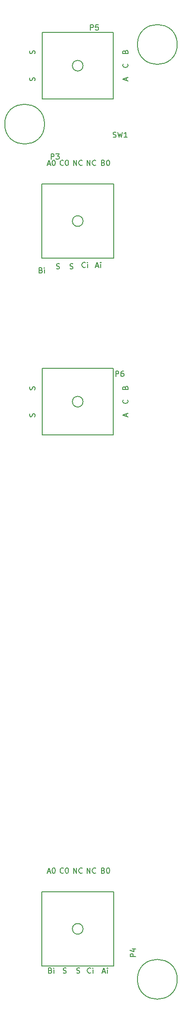
<source format=gbr>
G04 #@! TF.FileFunction,Legend,Top*
%FSLAX46Y46*%
G04 Gerber Fmt 4.6, Leading zero omitted, Abs format (unit mm)*
G04 Created by KiCad (PCBNEW 4.0.4+e1-6308~48~ubuntu14.04.1-stable) date Sun Sep 25 16:17:57 2016*
%MOMM*%
%LPD*%
G01*
G04 APERTURE LIST*
%ADD10C,0.100000*%
%ADD11C,0.150000*%
G04 APERTURE END LIST*
D10*
D11*
X115000000Y-37250000D02*
G75*
G03X115000000Y-37250000I-1000000J0D01*
G01*
X107250000Y-30250000D02*
X120750000Y-30250000D01*
X120750000Y-30250000D02*
X120750000Y-44250000D01*
X120750000Y-44250000D02*
X107250000Y-44250000D01*
X107250000Y-44250000D02*
X107250000Y-30250000D01*
X115000000Y-71250000D02*
G75*
G03X115000000Y-71250000I-1000000J0D01*
G01*
X120700000Y-77500000D02*
X120700000Y-65000000D01*
X107300000Y-77500000D02*
X107300000Y-65000000D01*
X107300000Y-65000000D02*
X120700000Y-65000000D01*
X107300000Y-77500000D02*
X120700000Y-77500000D01*
X115000000Y-8000000D02*
G75*
G03X115000000Y-8000000I-1000000J0D01*
G01*
X120700000Y-14250000D02*
X120700000Y-1750000D01*
X107300000Y-14250000D02*
X107300000Y-1750000D01*
X107300000Y-1750000D02*
X120700000Y-1750000D01*
X107300000Y-14250000D02*
X120700000Y-14250000D01*
X115000000Y-170500000D02*
G75*
G03X115000000Y-170500000I-1000000J0D01*
G01*
X107250000Y-163500000D02*
X120750000Y-163500000D01*
X120750000Y-163500000D02*
X120750000Y-177500000D01*
X120750000Y-177500000D02*
X107250000Y-177500000D01*
X107250000Y-177500000D02*
X107250000Y-163500000D01*
X132750000Y-4000000D02*
G75*
G03X132750000Y-4000000I-3750000J0D01*
G01*
X107750000Y-19000000D02*
G75*
G03X107750000Y-19000000I-3750000J0D01*
G01*
X132750000Y-180000000D02*
G75*
G03X132750000Y-180000000I-3750000J0D01*
G01*
X108981905Y-25598381D02*
X108981905Y-24598381D01*
X109362858Y-24598381D01*
X109458096Y-24646000D01*
X109505715Y-24693619D01*
X109553334Y-24788857D01*
X109553334Y-24931714D01*
X109505715Y-25026952D01*
X109458096Y-25074571D01*
X109362858Y-25122190D01*
X108981905Y-25122190D01*
X109886667Y-24598381D02*
X110505715Y-24598381D01*
X110172381Y-24979333D01*
X110315239Y-24979333D01*
X110410477Y-25026952D01*
X110458096Y-25074571D01*
X110505715Y-25169810D01*
X110505715Y-25407905D01*
X110458096Y-25503143D01*
X110410477Y-25550762D01*
X110315239Y-25598381D01*
X110029524Y-25598381D01*
X109934286Y-25550762D01*
X109886667Y-25503143D01*
X118802239Y-26256571D02*
X118945096Y-26304190D01*
X118992715Y-26351810D01*
X119040334Y-26447048D01*
X119040334Y-26589905D01*
X118992715Y-26685143D01*
X118945096Y-26732762D01*
X118849858Y-26780381D01*
X118468905Y-26780381D01*
X118468905Y-25780381D01*
X118802239Y-25780381D01*
X118897477Y-25828000D01*
X118945096Y-25875619D01*
X118992715Y-25970857D01*
X118992715Y-26066095D01*
X118945096Y-26161333D01*
X118897477Y-26208952D01*
X118802239Y-26256571D01*
X118468905Y-26256571D01*
X119659381Y-25780381D02*
X119754620Y-25780381D01*
X119849858Y-25828000D01*
X119897477Y-25875619D01*
X119945096Y-25970857D01*
X119992715Y-26161333D01*
X119992715Y-26399429D01*
X119945096Y-26589905D01*
X119897477Y-26685143D01*
X119849858Y-26732762D01*
X119754620Y-26780381D01*
X119659381Y-26780381D01*
X119564143Y-26732762D01*
X119516524Y-26685143D01*
X119468905Y-26589905D01*
X119421286Y-26399429D01*
X119421286Y-26161333D01*
X119468905Y-25970857D01*
X119516524Y-25875619D01*
X119564143Y-25828000D01*
X119659381Y-25780381D01*
X115754286Y-26780381D02*
X115754286Y-25780381D01*
X116325715Y-26780381D01*
X116325715Y-25780381D01*
X117373334Y-26685143D02*
X117325715Y-26732762D01*
X117182858Y-26780381D01*
X117087620Y-26780381D01*
X116944762Y-26732762D01*
X116849524Y-26637524D01*
X116801905Y-26542286D01*
X116754286Y-26351810D01*
X116754286Y-26208952D01*
X116801905Y-26018476D01*
X116849524Y-25923238D01*
X116944762Y-25828000D01*
X117087620Y-25780381D01*
X117182858Y-25780381D01*
X117325715Y-25828000D01*
X117373334Y-25875619D01*
X113214286Y-26780381D02*
X113214286Y-25780381D01*
X113785715Y-26780381D01*
X113785715Y-25780381D01*
X114833334Y-26685143D02*
X114785715Y-26732762D01*
X114642858Y-26780381D01*
X114547620Y-26780381D01*
X114404762Y-26732762D01*
X114309524Y-26637524D01*
X114261905Y-26542286D01*
X114214286Y-26351810D01*
X114214286Y-26208952D01*
X114261905Y-26018476D01*
X114309524Y-25923238D01*
X114404762Y-25828000D01*
X114547620Y-25780381D01*
X114642858Y-25780381D01*
X114785715Y-25828000D01*
X114833334Y-25875619D01*
X108332714Y-26494667D02*
X108808905Y-26494667D01*
X108237476Y-26780381D02*
X108570809Y-25780381D01*
X108904143Y-26780381D01*
X109427952Y-25780381D02*
X109523191Y-25780381D01*
X109618429Y-25828000D01*
X109666048Y-25875619D01*
X109713667Y-25970857D01*
X109761286Y-26161333D01*
X109761286Y-26399429D01*
X109713667Y-26589905D01*
X109666048Y-26685143D01*
X109618429Y-26732762D01*
X109523191Y-26780381D01*
X109427952Y-26780381D01*
X109332714Y-26732762D01*
X109285095Y-26685143D01*
X109237476Y-26589905D01*
X109189857Y-26399429D01*
X109189857Y-26161333D01*
X109237476Y-25970857D01*
X109285095Y-25875619D01*
X109332714Y-25828000D01*
X109427952Y-25780381D01*
X111293334Y-26685143D02*
X111245715Y-26732762D01*
X111102858Y-26780381D01*
X111007620Y-26780381D01*
X110864762Y-26732762D01*
X110769524Y-26637524D01*
X110721905Y-26542286D01*
X110674286Y-26351810D01*
X110674286Y-26208952D01*
X110721905Y-26018476D01*
X110769524Y-25923238D01*
X110864762Y-25828000D01*
X111007620Y-25780381D01*
X111102858Y-25780381D01*
X111245715Y-25828000D01*
X111293334Y-25875619D01*
X111912381Y-25780381D02*
X112007620Y-25780381D01*
X112102858Y-25828000D01*
X112150477Y-25875619D01*
X112198096Y-25970857D01*
X112245715Y-26161333D01*
X112245715Y-26399429D01*
X112198096Y-26589905D01*
X112150477Y-26685143D01*
X112102858Y-26732762D01*
X112007620Y-26780381D01*
X111912381Y-26780381D01*
X111817143Y-26732762D01*
X111769524Y-26685143D01*
X111721905Y-26589905D01*
X111674286Y-26399429D01*
X111674286Y-26161333D01*
X111721905Y-25970857D01*
X111769524Y-25875619D01*
X111817143Y-25828000D01*
X111912381Y-25780381D01*
X117419810Y-45712667D02*
X117896001Y-45712667D01*
X117324572Y-45998381D02*
X117657905Y-44998381D01*
X117991239Y-45998381D01*
X118324572Y-45998381D02*
X118324572Y-45331714D01*
X118324572Y-44998381D02*
X118276953Y-45046000D01*
X118324572Y-45093619D01*
X118372191Y-45046000D01*
X118324572Y-44998381D01*
X118324572Y-45093619D01*
X115427429Y-45903143D02*
X115379810Y-45950762D01*
X115236953Y-45998381D01*
X115141715Y-45998381D01*
X114998857Y-45950762D01*
X114903619Y-45855524D01*
X114856000Y-45760286D01*
X114808381Y-45569810D01*
X114808381Y-45426952D01*
X114856000Y-45236476D01*
X114903619Y-45141238D01*
X114998857Y-45046000D01*
X115141715Y-44998381D01*
X115236953Y-44998381D01*
X115379810Y-45046000D01*
X115427429Y-45093619D01*
X115856000Y-45998381D02*
X115856000Y-45331714D01*
X115856000Y-44998381D02*
X115808381Y-45046000D01*
X115856000Y-45093619D01*
X115903619Y-45046000D01*
X115856000Y-44998381D01*
X115856000Y-45093619D01*
X112530286Y-46204762D02*
X112673143Y-46252381D01*
X112911239Y-46252381D01*
X113006477Y-46204762D01*
X113054096Y-46157143D01*
X113101715Y-46061905D01*
X113101715Y-45966667D01*
X113054096Y-45871429D01*
X113006477Y-45823810D01*
X112911239Y-45776190D01*
X112720762Y-45728571D01*
X112625524Y-45680952D01*
X112577905Y-45633333D01*
X112530286Y-45538095D01*
X112530286Y-45442857D01*
X112577905Y-45347619D01*
X112625524Y-45300000D01*
X112720762Y-45252381D01*
X112958858Y-45252381D01*
X113101715Y-45300000D01*
X109990286Y-46204762D02*
X110133143Y-46252381D01*
X110371239Y-46252381D01*
X110466477Y-46204762D01*
X110514096Y-46157143D01*
X110561715Y-46061905D01*
X110561715Y-45966667D01*
X110514096Y-45871429D01*
X110466477Y-45823810D01*
X110371239Y-45776190D01*
X110180762Y-45728571D01*
X110085524Y-45680952D01*
X110037905Y-45633333D01*
X109990286Y-45538095D01*
X109990286Y-45442857D01*
X110037905Y-45347619D01*
X110085524Y-45300000D01*
X110180762Y-45252381D01*
X110418858Y-45252381D01*
X110561715Y-45300000D01*
X107061334Y-46490571D02*
X107204191Y-46538190D01*
X107251810Y-46585810D01*
X107299429Y-46681048D01*
X107299429Y-46823905D01*
X107251810Y-46919143D01*
X107204191Y-46966762D01*
X107108953Y-47014381D01*
X106728000Y-47014381D01*
X106728000Y-46014381D01*
X107061334Y-46014381D01*
X107156572Y-46062000D01*
X107204191Y-46109619D01*
X107251810Y-46204857D01*
X107251810Y-46300095D01*
X107204191Y-46395333D01*
X107156572Y-46442952D01*
X107061334Y-46490571D01*
X106728000Y-46490571D01*
X107728000Y-47014381D02*
X107728000Y-46347714D01*
X107728000Y-46014381D02*
X107680381Y-46062000D01*
X107728000Y-46109619D01*
X107775619Y-46062000D01*
X107728000Y-46014381D01*
X107728000Y-46109619D01*
X121173905Y-66492381D02*
X121173905Y-65492381D01*
X121554858Y-65492381D01*
X121650096Y-65540000D01*
X121697715Y-65587619D01*
X121745334Y-65682857D01*
X121745334Y-65825714D01*
X121697715Y-65920952D01*
X121650096Y-65968571D01*
X121554858Y-66016190D01*
X121173905Y-66016190D01*
X122602477Y-65492381D02*
X122412000Y-65492381D01*
X122316762Y-65540000D01*
X122269143Y-65587619D01*
X122173905Y-65730476D01*
X122126286Y-65920952D01*
X122126286Y-66301905D01*
X122173905Y-66397143D01*
X122221524Y-66444762D01*
X122316762Y-66492381D01*
X122507239Y-66492381D01*
X122602477Y-66444762D01*
X122650096Y-66397143D01*
X122697715Y-66301905D01*
X122697715Y-66063810D01*
X122650096Y-65968571D01*
X122602477Y-65920952D01*
X122507239Y-65873333D01*
X122316762Y-65873333D01*
X122221524Y-65920952D01*
X122173905Y-65968571D01*
X122126286Y-66063810D01*
X123183667Y-74028095D02*
X123183667Y-73551904D01*
X123469381Y-74123333D02*
X122469381Y-73790000D01*
X123469381Y-73456666D01*
X123374143Y-70940476D02*
X123421762Y-70988095D01*
X123469381Y-71130952D01*
X123469381Y-71226190D01*
X123421762Y-71369048D01*
X123326524Y-71464286D01*
X123231286Y-71511905D01*
X123040810Y-71559524D01*
X122897952Y-71559524D01*
X122707476Y-71511905D01*
X122612238Y-71464286D01*
X122517000Y-71369048D01*
X122469381Y-71226190D01*
X122469381Y-71130952D01*
X122517000Y-70988095D01*
X122564619Y-70940476D01*
X122945571Y-68638571D02*
X122993190Y-68495714D01*
X123040810Y-68448095D01*
X123136048Y-68400476D01*
X123278905Y-68400476D01*
X123374143Y-68448095D01*
X123421762Y-68495714D01*
X123469381Y-68590952D01*
X123469381Y-68971905D01*
X122469381Y-68971905D01*
X122469381Y-68638571D01*
X122517000Y-68543333D01*
X122564619Y-68495714D01*
X122659857Y-68448095D01*
X122755095Y-68448095D01*
X122850333Y-68495714D01*
X122897952Y-68543333D01*
X122945571Y-68638571D01*
X122945571Y-68971905D01*
X105895762Y-74075714D02*
X105943381Y-73932857D01*
X105943381Y-73694761D01*
X105895762Y-73599523D01*
X105848143Y-73551904D01*
X105752905Y-73504285D01*
X105657667Y-73504285D01*
X105562429Y-73551904D01*
X105514810Y-73599523D01*
X105467190Y-73694761D01*
X105419571Y-73885238D01*
X105371952Y-73980476D01*
X105324333Y-74028095D01*
X105229095Y-74075714D01*
X105133857Y-74075714D01*
X105038619Y-74028095D01*
X104991000Y-73980476D01*
X104943381Y-73885238D01*
X104943381Y-73647142D01*
X104991000Y-73504285D01*
X105895762Y-68995714D02*
X105943381Y-68852857D01*
X105943381Y-68614761D01*
X105895762Y-68519523D01*
X105848143Y-68471904D01*
X105752905Y-68424285D01*
X105657667Y-68424285D01*
X105562429Y-68471904D01*
X105514810Y-68519523D01*
X105467190Y-68614761D01*
X105419571Y-68805238D01*
X105371952Y-68900476D01*
X105324333Y-68948095D01*
X105229095Y-68995714D01*
X105133857Y-68995714D01*
X105038619Y-68948095D01*
X104991000Y-68900476D01*
X104943381Y-68805238D01*
X104943381Y-68567142D01*
X104991000Y-68424285D01*
X120666667Y-21444762D02*
X120809524Y-21492381D01*
X121047620Y-21492381D01*
X121142858Y-21444762D01*
X121190477Y-21397143D01*
X121238096Y-21301905D01*
X121238096Y-21206667D01*
X121190477Y-21111429D01*
X121142858Y-21063810D01*
X121047620Y-21016190D01*
X120857143Y-20968571D01*
X120761905Y-20920952D01*
X120714286Y-20873333D01*
X120666667Y-20778095D01*
X120666667Y-20682857D01*
X120714286Y-20587619D01*
X120761905Y-20540000D01*
X120857143Y-20492381D01*
X121095239Y-20492381D01*
X121238096Y-20540000D01*
X121571429Y-20492381D02*
X121809524Y-21492381D01*
X122000001Y-20778095D01*
X122190477Y-21492381D01*
X122428572Y-20492381D01*
X123333334Y-21492381D02*
X122761905Y-21492381D01*
X123047619Y-21492381D02*
X123047619Y-20492381D01*
X122952381Y-20635238D01*
X122857143Y-20730476D01*
X122761905Y-20778095D01*
X116395905Y-1294381D02*
X116395905Y-294381D01*
X116776858Y-294381D01*
X116872096Y-342000D01*
X116919715Y-389619D01*
X116967334Y-484857D01*
X116967334Y-627714D01*
X116919715Y-722952D01*
X116872096Y-770571D01*
X116776858Y-818190D01*
X116395905Y-818190D01*
X117872096Y-294381D02*
X117395905Y-294381D01*
X117348286Y-770571D01*
X117395905Y-722952D01*
X117491143Y-675333D01*
X117729239Y-675333D01*
X117824477Y-722952D01*
X117872096Y-770571D01*
X117919715Y-865810D01*
X117919715Y-1103905D01*
X117872096Y-1199143D01*
X117824477Y-1246762D01*
X117729239Y-1294381D01*
X117491143Y-1294381D01*
X117395905Y-1246762D01*
X117348286Y-1199143D01*
X123183667Y-10778095D02*
X123183667Y-10301904D01*
X123469381Y-10873333D02*
X122469381Y-10540000D01*
X123469381Y-10206666D01*
X123374143Y-7690476D02*
X123421762Y-7738095D01*
X123469381Y-7880952D01*
X123469381Y-7976190D01*
X123421762Y-8119048D01*
X123326524Y-8214286D01*
X123231286Y-8261905D01*
X123040810Y-8309524D01*
X122897952Y-8309524D01*
X122707476Y-8261905D01*
X122612238Y-8214286D01*
X122517000Y-8119048D01*
X122469381Y-7976190D01*
X122469381Y-7880952D01*
X122517000Y-7738095D01*
X122564619Y-7690476D01*
X122945571Y-5388571D02*
X122993190Y-5245714D01*
X123040810Y-5198095D01*
X123136048Y-5150476D01*
X123278905Y-5150476D01*
X123374143Y-5198095D01*
X123421762Y-5245714D01*
X123469381Y-5340952D01*
X123469381Y-5721905D01*
X122469381Y-5721905D01*
X122469381Y-5388571D01*
X122517000Y-5293333D01*
X122564619Y-5245714D01*
X122659857Y-5198095D01*
X122755095Y-5198095D01*
X122850333Y-5245714D01*
X122897952Y-5293333D01*
X122945571Y-5388571D01*
X122945571Y-5721905D01*
X105895762Y-10825714D02*
X105943381Y-10682857D01*
X105943381Y-10444761D01*
X105895762Y-10349523D01*
X105848143Y-10301904D01*
X105752905Y-10254285D01*
X105657667Y-10254285D01*
X105562429Y-10301904D01*
X105514810Y-10349523D01*
X105467190Y-10444761D01*
X105419571Y-10635238D01*
X105371952Y-10730476D01*
X105324333Y-10778095D01*
X105229095Y-10825714D01*
X105133857Y-10825714D01*
X105038619Y-10778095D01*
X104991000Y-10730476D01*
X104943381Y-10635238D01*
X104943381Y-10397142D01*
X104991000Y-10254285D01*
X105895762Y-5745714D02*
X105943381Y-5602857D01*
X105943381Y-5364761D01*
X105895762Y-5269523D01*
X105848143Y-5221904D01*
X105752905Y-5174285D01*
X105657667Y-5174285D01*
X105562429Y-5221904D01*
X105514810Y-5269523D01*
X105467190Y-5364761D01*
X105419571Y-5555238D01*
X105371952Y-5650476D01*
X105324333Y-5698095D01*
X105229095Y-5745714D01*
X105133857Y-5745714D01*
X105038619Y-5698095D01*
X104991000Y-5650476D01*
X104943381Y-5555238D01*
X104943381Y-5317142D01*
X104991000Y-5174285D01*
X124904381Y-175744095D02*
X123904381Y-175744095D01*
X123904381Y-175363142D01*
X123952000Y-175267904D01*
X123999619Y-175220285D01*
X124094857Y-175172666D01*
X124237714Y-175172666D01*
X124332952Y-175220285D01*
X124380571Y-175267904D01*
X124428190Y-175363142D01*
X124428190Y-175744095D01*
X124237714Y-174315523D02*
X124904381Y-174315523D01*
X123856762Y-174553619D02*
X124571048Y-174791714D01*
X124571048Y-174172666D01*
X118802239Y-159506571D02*
X118945096Y-159554190D01*
X118992715Y-159601810D01*
X119040334Y-159697048D01*
X119040334Y-159839905D01*
X118992715Y-159935143D01*
X118945096Y-159982762D01*
X118849858Y-160030381D01*
X118468905Y-160030381D01*
X118468905Y-159030381D01*
X118802239Y-159030381D01*
X118897477Y-159078000D01*
X118945096Y-159125619D01*
X118992715Y-159220857D01*
X118992715Y-159316095D01*
X118945096Y-159411333D01*
X118897477Y-159458952D01*
X118802239Y-159506571D01*
X118468905Y-159506571D01*
X119659381Y-159030381D02*
X119754620Y-159030381D01*
X119849858Y-159078000D01*
X119897477Y-159125619D01*
X119945096Y-159220857D01*
X119992715Y-159411333D01*
X119992715Y-159649429D01*
X119945096Y-159839905D01*
X119897477Y-159935143D01*
X119849858Y-159982762D01*
X119754620Y-160030381D01*
X119659381Y-160030381D01*
X119564143Y-159982762D01*
X119516524Y-159935143D01*
X119468905Y-159839905D01*
X119421286Y-159649429D01*
X119421286Y-159411333D01*
X119468905Y-159220857D01*
X119516524Y-159125619D01*
X119564143Y-159078000D01*
X119659381Y-159030381D01*
X115754286Y-160030381D02*
X115754286Y-159030381D01*
X116325715Y-160030381D01*
X116325715Y-159030381D01*
X117373334Y-159935143D02*
X117325715Y-159982762D01*
X117182858Y-160030381D01*
X117087620Y-160030381D01*
X116944762Y-159982762D01*
X116849524Y-159887524D01*
X116801905Y-159792286D01*
X116754286Y-159601810D01*
X116754286Y-159458952D01*
X116801905Y-159268476D01*
X116849524Y-159173238D01*
X116944762Y-159078000D01*
X117087620Y-159030381D01*
X117182858Y-159030381D01*
X117325715Y-159078000D01*
X117373334Y-159125619D01*
X113214286Y-160030381D02*
X113214286Y-159030381D01*
X113785715Y-160030381D01*
X113785715Y-159030381D01*
X114833334Y-159935143D02*
X114785715Y-159982762D01*
X114642858Y-160030381D01*
X114547620Y-160030381D01*
X114404762Y-159982762D01*
X114309524Y-159887524D01*
X114261905Y-159792286D01*
X114214286Y-159601810D01*
X114214286Y-159458952D01*
X114261905Y-159268476D01*
X114309524Y-159173238D01*
X114404762Y-159078000D01*
X114547620Y-159030381D01*
X114642858Y-159030381D01*
X114785715Y-159078000D01*
X114833334Y-159125619D01*
X108332714Y-159744667D02*
X108808905Y-159744667D01*
X108237476Y-160030381D02*
X108570809Y-159030381D01*
X108904143Y-160030381D01*
X109427952Y-159030381D02*
X109523191Y-159030381D01*
X109618429Y-159078000D01*
X109666048Y-159125619D01*
X109713667Y-159220857D01*
X109761286Y-159411333D01*
X109761286Y-159649429D01*
X109713667Y-159839905D01*
X109666048Y-159935143D01*
X109618429Y-159982762D01*
X109523191Y-160030381D01*
X109427952Y-160030381D01*
X109332714Y-159982762D01*
X109285095Y-159935143D01*
X109237476Y-159839905D01*
X109189857Y-159649429D01*
X109189857Y-159411333D01*
X109237476Y-159220857D01*
X109285095Y-159125619D01*
X109332714Y-159078000D01*
X109427952Y-159030381D01*
X111293334Y-159935143D02*
X111245715Y-159982762D01*
X111102858Y-160030381D01*
X111007620Y-160030381D01*
X110864762Y-159982762D01*
X110769524Y-159887524D01*
X110721905Y-159792286D01*
X110674286Y-159601810D01*
X110674286Y-159458952D01*
X110721905Y-159268476D01*
X110769524Y-159173238D01*
X110864762Y-159078000D01*
X111007620Y-159030381D01*
X111102858Y-159030381D01*
X111245715Y-159078000D01*
X111293334Y-159125619D01*
X111912381Y-159030381D02*
X112007620Y-159030381D01*
X112102858Y-159078000D01*
X112150477Y-159125619D01*
X112198096Y-159220857D01*
X112245715Y-159411333D01*
X112245715Y-159649429D01*
X112198096Y-159839905D01*
X112150477Y-159935143D01*
X112102858Y-159982762D01*
X112007620Y-160030381D01*
X111912381Y-160030381D01*
X111817143Y-159982762D01*
X111769524Y-159935143D01*
X111721905Y-159839905D01*
X111674286Y-159649429D01*
X111674286Y-159411333D01*
X111721905Y-159220857D01*
X111769524Y-159125619D01*
X111817143Y-159078000D01*
X111912381Y-159030381D01*
X118689810Y-178554667D02*
X119166001Y-178554667D01*
X118594572Y-178840381D02*
X118927905Y-177840381D01*
X119261239Y-178840381D01*
X119594572Y-178840381D02*
X119594572Y-178173714D01*
X119594572Y-177840381D02*
X119546953Y-177888000D01*
X119594572Y-177935619D01*
X119642191Y-177888000D01*
X119594572Y-177840381D01*
X119594572Y-177935619D01*
X116443429Y-178745143D02*
X116395810Y-178792762D01*
X116252953Y-178840381D01*
X116157715Y-178840381D01*
X116014857Y-178792762D01*
X115919619Y-178697524D01*
X115872000Y-178602286D01*
X115824381Y-178411810D01*
X115824381Y-178268952D01*
X115872000Y-178078476D01*
X115919619Y-177983238D01*
X116014857Y-177888000D01*
X116157715Y-177840381D01*
X116252953Y-177840381D01*
X116395810Y-177888000D01*
X116443429Y-177935619D01*
X116872000Y-178840381D02*
X116872000Y-178173714D01*
X116872000Y-177840381D02*
X116824381Y-177888000D01*
X116872000Y-177935619D01*
X116919619Y-177888000D01*
X116872000Y-177840381D01*
X116872000Y-177935619D01*
X113800286Y-178792762D02*
X113943143Y-178840381D01*
X114181239Y-178840381D01*
X114276477Y-178792762D01*
X114324096Y-178745143D01*
X114371715Y-178649905D01*
X114371715Y-178554667D01*
X114324096Y-178459429D01*
X114276477Y-178411810D01*
X114181239Y-178364190D01*
X113990762Y-178316571D01*
X113895524Y-178268952D01*
X113847905Y-178221333D01*
X113800286Y-178126095D01*
X113800286Y-178030857D01*
X113847905Y-177935619D01*
X113895524Y-177888000D01*
X113990762Y-177840381D01*
X114228858Y-177840381D01*
X114371715Y-177888000D01*
X111260286Y-178792762D02*
X111403143Y-178840381D01*
X111641239Y-178840381D01*
X111736477Y-178792762D01*
X111784096Y-178745143D01*
X111831715Y-178649905D01*
X111831715Y-178554667D01*
X111784096Y-178459429D01*
X111736477Y-178411810D01*
X111641239Y-178364190D01*
X111450762Y-178316571D01*
X111355524Y-178268952D01*
X111307905Y-178221333D01*
X111260286Y-178126095D01*
X111260286Y-178030857D01*
X111307905Y-177935619D01*
X111355524Y-177888000D01*
X111450762Y-177840381D01*
X111688858Y-177840381D01*
X111831715Y-177888000D01*
X108839334Y-178316571D02*
X108982191Y-178364190D01*
X109029810Y-178411810D01*
X109077429Y-178507048D01*
X109077429Y-178649905D01*
X109029810Y-178745143D01*
X108982191Y-178792762D01*
X108886953Y-178840381D01*
X108506000Y-178840381D01*
X108506000Y-177840381D01*
X108839334Y-177840381D01*
X108934572Y-177888000D01*
X108982191Y-177935619D01*
X109029810Y-178030857D01*
X109029810Y-178126095D01*
X108982191Y-178221333D01*
X108934572Y-178268952D01*
X108839334Y-178316571D01*
X108506000Y-178316571D01*
X109506000Y-178840381D02*
X109506000Y-178173714D01*
X109506000Y-177840381D02*
X109458381Y-177888000D01*
X109506000Y-177935619D01*
X109553619Y-177888000D01*
X109506000Y-177840381D01*
X109506000Y-177935619D01*
M02*

</source>
